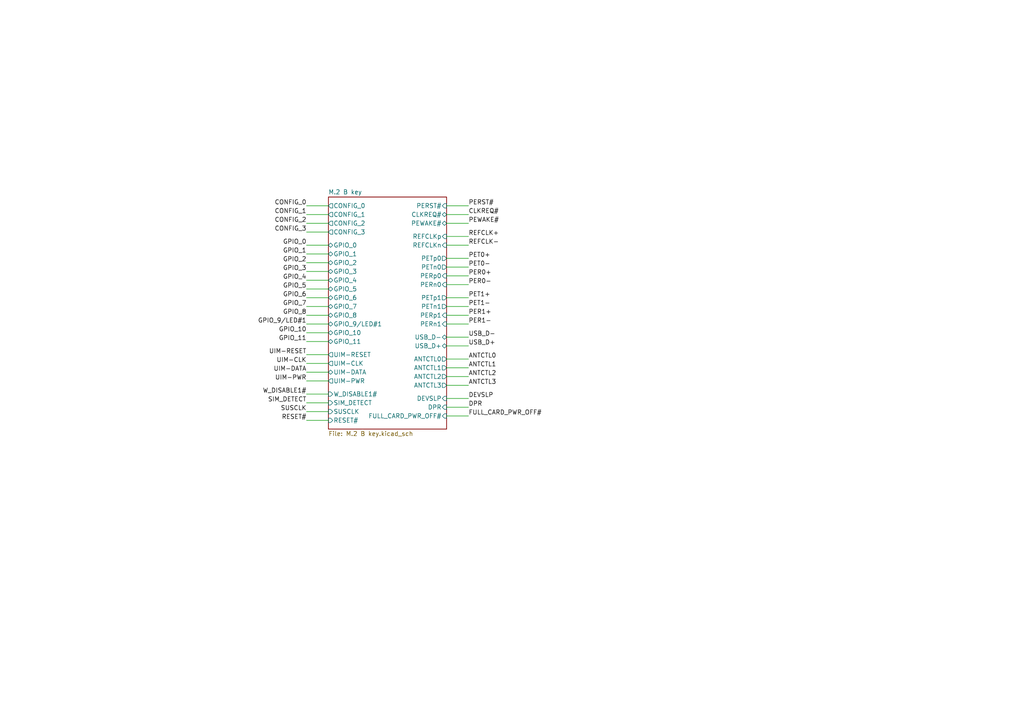
<source format=kicad_sch>
(kicad_sch
	(version 20250114)
	(generator "eeschema")
	(generator_version "9.0")
	(uuid "7192ecd8-b59b-45e8-9549-d0ce0bb9fc10")
	(paper "A4")
	(lib_symbols)
	(wire
		(pts
			(xy 88.9 78.74) (xy 95.25 78.74)
		)
		(stroke
			(width 0)
			(type default)
		)
		(uuid "0643e0ff-7286-44f1-b012-42f66b322ec1")
	)
	(wire
		(pts
			(xy 88.9 67.31) (xy 95.25 67.31)
		)
		(stroke
			(width 0)
			(type default)
		)
		(uuid "0bb9cefd-7a13-4ce4-b514-cf8e40a6ce34")
	)
	(wire
		(pts
			(xy 129.54 100.33) (xy 135.89 100.33)
		)
		(stroke
			(width 0)
			(type default)
		)
		(uuid "0e15079c-0a7b-4073-9652-c492e0257f0a")
	)
	(wire
		(pts
			(xy 129.54 115.57) (xy 135.89 115.57)
		)
		(stroke
			(width 0)
			(type default)
		)
		(uuid "19821b9b-83cf-45e8-bba6-1057fe812a41")
	)
	(wire
		(pts
			(xy 129.54 93.98) (xy 135.89 93.98)
		)
		(stroke
			(width 0)
			(type default)
		)
		(uuid "1e116b13-b996-46fc-ac29-ec1d4bab9d67")
	)
	(wire
		(pts
			(xy 129.54 97.79) (xy 135.89 97.79)
		)
		(stroke
			(width 0)
			(type default)
		)
		(uuid "1fc12336-30b0-4471-89df-2df158a9e495")
	)
	(wire
		(pts
			(xy 129.54 88.9) (xy 135.89 88.9)
		)
		(stroke
			(width 0)
			(type default)
		)
		(uuid "271b7120-cd87-4afe-9d01-9900a24567ff")
	)
	(wire
		(pts
			(xy 88.9 114.3) (xy 95.25 114.3)
		)
		(stroke
			(width 0)
			(type default)
		)
		(uuid "287d507b-d6e5-4a44-8e12-de184cabc4f4")
	)
	(wire
		(pts
			(xy 129.54 64.77) (xy 135.89 64.77)
		)
		(stroke
			(width 0)
			(type default)
		)
		(uuid "2d9f387e-04f8-4c34-a21a-d4a5d323fd4f")
	)
	(wire
		(pts
			(xy 88.9 81.28) (xy 95.25 81.28)
		)
		(stroke
			(width 0)
			(type default)
		)
		(uuid "3df838c8-5501-494d-88ad-58df50a33960")
	)
	(wire
		(pts
			(xy 88.9 59.69) (xy 95.25 59.69)
		)
		(stroke
			(width 0)
			(type default)
		)
		(uuid "45b52962-1881-4a67-a19f-73cafe02e5c9")
	)
	(wire
		(pts
			(xy 88.9 107.95) (xy 95.25 107.95)
		)
		(stroke
			(width 0)
			(type default)
		)
		(uuid "51f90e32-8f58-4343-8f99-9a52cffdd95a")
	)
	(wire
		(pts
			(xy 88.9 64.77) (xy 95.25 64.77)
		)
		(stroke
			(width 0)
			(type default)
		)
		(uuid "55dc63f6-5b04-45ab-8ffe-ed9afa2ad8e0")
	)
	(wire
		(pts
			(xy 88.9 105.41) (xy 95.25 105.41)
		)
		(stroke
			(width 0)
			(type default)
		)
		(uuid "5d814155-e6de-4d79-b594-d1fa2352836d")
	)
	(wire
		(pts
			(xy 129.54 106.68) (xy 135.89 106.68)
		)
		(stroke
			(width 0)
			(type default)
		)
		(uuid "611678bd-a1a9-44d4-b630-bccd5be46f23")
	)
	(wire
		(pts
			(xy 129.54 118.11) (xy 135.89 118.11)
		)
		(stroke
			(width 0)
			(type default)
		)
		(uuid "6bf2dbe8-89ca-403c-a78d-351a9fa2e1ca")
	)
	(wire
		(pts
			(xy 88.9 76.2) (xy 95.25 76.2)
		)
		(stroke
			(width 0)
			(type default)
		)
		(uuid "7368fdd6-635d-4101-8b4e-5a728ce90c2d")
	)
	(wire
		(pts
			(xy 129.54 68.58) (xy 135.89 68.58)
		)
		(stroke
			(width 0)
			(type default)
		)
		(uuid "7796d913-5ba5-4acf-b33f-7e12950457ce")
	)
	(wire
		(pts
			(xy 129.54 120.65) (xy 135.89 120.65)
		)
		(stroke
			(width 0)
			(type default)
		)
		(uuid "8230d0d8-cdc8-4777-bea1-ce4dcfe8eb92")
	)
	(wire
		(pts
			(xy 88.9 110.49) (xy 95.25 110.49)
		)
		(stroke
			(width 0)
			(type default)
		)
		(uuid "82d630fe-b86c-4ec5-9026-2b8e83f5ddea")
	)
	(wire
		(pts
			(xy 88.9 91.44) (xy 95.25 91.44)
		)
		(stroke
			(width 0)
			(type default)
		)
		(uuid "909a9af2-0867-4455-abc0-594007bca92f")
	)
	(wire
		(pts
			(xy 88.9 99.06) (xy 95.25 99.06)
		)
		(stroke
			(width 0)
			(type default)
		)
		(uuid "96f0153a-2f0b-45a7-b45b-fa078d7a6ceb")
	)
	(wire
		(pts
			(xy 88.9 96.52) (xy 95.25 96.52)
		)
		(stroke
			(width 0)
			(type default)
		)
		(uuid "97409c55-558a-472d-907f-debf51e67464")
	)
	(wire
		(pts
			(xy 129.54 109.22) (xy 135.89 109.22)
		)
		(stroke
			(width 0)
			(type default)
		)
		(uuid "9afbcd67-f2fb-4bd8-b236-966d4ee54674")
	)
	(wire
		(pts
			(xy 88.9 83.82) (xy 95.25 83.82)
		)
		(stroke
			(width 0)
			(type default)
		)
		(uuid "9affcd58-bad8-4dc8-ba0f-c8f5e079bc76")
	)
	(wire
		(pts
			(xy 129.54 111.76) (xy 135.89 111.76)
		)
		(stroke
			(width 0)
			(type default)
		)
		(uuid "9cb816fd-68c0-4830-9d46-2a1fc673fa55")
	)
	(wire
		(pts
			(xy 88.9 93.98) (xy 95.25 93.98)
		)
		(stroke
			(width 0)
			(type default)
		)
		(uuid "9f18d81a-99a9-420a-a607-0c63a67905d7")
	)
	(wire
		(pts
			(xy 88.9 102.87) (xy 95.25 102.87)
		)
		(stroke
			(width 0)
			(type default)
		)
		(uuid "ade09d07-6a4a-4b06-9e8d-85af5b85e374")
	)
	(wire
		(pts
			(xy 129.54 82.55) (xy 135.89 82.55)
		)
		(stroke
			(width 0)
			(type default)
		)
		(uuid "b02a21c1-e1e6-47de-86f9-c8661c64bf53")
	)
	(wire
		(pts
			(xy 88.9 116.84) (xy 95.25 116.84)
		)
		(stroke
			(width 0)
			(type default)
		)
		(uuid "b26eb88e-e9e5-49fa-844f-5ad05f100496")
	)
	(wire
		(pts
			(xy 129.54 74.93) (xy 135.89 74.93)
		)
		(stroke
			(width 0)
			(type default)
		)
		(uuid "b8a5a029-89b2-4a67-817b-583094300eae")
	)
	(wire
		(pts
			(xy 129.54 86.36) (xy 135.89 86.36)
		)
		(stroke
			(width 0)
			(type default)
		)
		(uuid "bb1ca758-c473-4816-b4b4-cacc93462f68")
	)
	(wire
		(pts
			(xy 88.9 86.36) (xy 95.25 86.36)
		)
		(stroke
			(width 0)
			(type default)
		)
		(uuid "bb26a150-0752-4f32-ba01-0263a00859f7")
	)
	(wire
		(pts
			(xy 129.54 80.01) (xy 135.89 80.01)
		)
		(stroke
			(width 0)
			(type default)
		)
		(uuid "be82ab3d-baa0-442b-9ea2-0dd29d0c15a9")
	)
	(wire
		(pts
			(xy 129.54 77.47) (xy 135.89 77.47)
		)
		(stroke
			(width 0)
			(type default)
		)
		(uuid "cb4f281d-dd1e-40fa-a14a-2adb48b7f39f")
	)
	(wire
		(pts
			(xy 129.54 62.23) (xy 135.89 62.23)
		)
		(stroke
			(width 0)
			(type default)
		)
		(uuid "d35d4479-61c2-4c26-a9f0-0d766808a661")
	)
	(wire
		(pts
			(xy 88.9 88.9) (xy 95.25 88.9)
		)
		(stroke
			(width 0)
			(type default)
		)
		(uuid "d3e86193-cae3-4b23-8309-4a36b886ed40")
	)
	(wire
		(pts
			(xy 88.9 73.66) (xy 95.25 73.66)
		)
		(stroke
			(width 0)
			(type default)
		)
		(uuid "d568e242-222f-4682-9adb-298b37bde08c")
	)
	(wire
		(pts
			(xy 129.54 59.69) (xy 135.89 59.69)
		)
		(stroke
			(width 0)
			(type default)
		)
		(uuid "d7adde8a-a5e5-43d1-8979-11989cf8fe69")
	)
	(wire
		(pts
			(xy 129.54 91.44) (xy 135.89 91.44)
		)
		(stroke
			(width 0)
			(type default)
		)
		(uuid "e48831ce-d106-40df-ad9d-f7d47276901f")
	)
	(wire
		(pts
			(xy 88.9 62.23) (xy 95.25 62.23)
		)
		(stroke
			(width 0)
			(type default)
		)
		(uuid "e4b558c2-1b38-475a-a7b9-da33640be268")
	)
	(wire
		(pts
			(xy 88.9 119.38) (xy 95.25 119.38)
		)
		(stroke
			(width 0)
			(type default)
		)
		(uuid "e61c7b1e-2d3e-4006-9cc8-8fb10d43d7a3")
	)
	(wire
		(pts
			(xy 88.9 71.12) (xy 95.25 71.12)
		)
		(stroke
			(width 0)
			(type default)
		)
		(uuid "edbb1af8-7636-42db-ae2e-341c7e5c6de4")
	)
	(wire
		(pts
			(xy 88.9 121.92) (xy 95.25 121.92)
		)
		(stroke
			(width 0)
			(type default)
		)
		(uuid "ef0f8a76-4ab5-49e1-be88-b1aa8a0cd473")
	)
	(wire
		(pts
			(xy 129.54 71.12) (xy 135.89 71.12)
		)
		(stroke
			(width 0)
			(type default)
		)
		(uuid "fcf45a7f-2e74-4447-84f7-9dfcd7f75a38")
	)
	(wire
		(pts
			(xy 129.54 104.14) (xy 135.89 104.14)
		)
		(stroke
			(width 0)
			(type default)
		)
		(uuid "fd400711-5a78-4971-b811-aa83475255f7")
	)
	(label "REFCLK+"
		(at 135.89 68.58 0)
		(effects
			(font
				(size 1.27 1.27)
			)
			(justify left bottom)
		)
		(uuid "131bc03f-75a1-4b8a-ba16-465b5fac8970")
	)
	(label "REFCLK-"
		(at 135.89 71.12 0)
		(effects
			(font
				(size 1.27 1.27)
			)
			(justify left bottom)
		)
		(uuid "1b45f9c4-50bb-4048-8e07-4c99d327a73a")
	)
	(label "ANTCTL1"
		(at 135.89 106.68 0)
		(effects
			(font
				(size 1.27 1.27)
			)
			(justify left bottom)
		)
		(uuid "2094c109-af3b-451e-a9a8-33afbfa80a6a")
	)
	(label "GPIO_5"
		(at 88.9 83.82 180)
		(effects
			(font
				(size 1.27 1.27)
			)
			(justify right bottom)
		)
		(uuid "242ff918-bc2e-429f-933f-f249c8b7eecb")
	)
	(label "ANTCTL3"
		(at 135.89 111.76 0)
		(effects
			(font
				(size 1.27 1.27)
			)
			(justify left bottom)
		)
		(uuid "2ac2ef46-1c73-49de-8278-df858d26ca38")
	)
	(label "GPIO_4"
		(at 88.9 81.28 180)
		(effects
			(font
				(size 1.27 1.27)
			)
			(justify right bottom)
		)
		(uuid "2e753ebc-1454-4de4-90b0-1a3b59ac346d")
	)
	(label "PEWAKE#"
		(at 135.89 64.77 0)
		(effects
			(font
				(size 1.27 1.27)
			)
			(justify left bottom)
		)
		(uuid "3507e72b-dea7-4e52-8550-d089cb333ca7")
	)
	(label "PET0-"
		(at 135.89 77.47 0)
		(effects
			(font
				(size 1.27 1.27)
			)
			(justify left bottom)
		)
		(uuid "3c1987c3-c09c-47aa-a301-5acca522e971")
	)
	(label "GPIO_2"
		(at 88.9 76.2 180)
		(effects
			(font
				(size 1.27 1.27)
			)
			(justify right bottom)
		)
		(uuid "3ed3c193-11dc-4e02-83b0-095347ac8609")
	)
	(label "UIM-RESET"
		(at 88.9 102.87 180)
		(effects
			(font
				(size 1.27 1.27)
			)
			(justify right bottom)
		)
		(uuid "41096f9d-781e-47eb-a0be-7aea4dc865dc")
	)
	(label "UIM-CLK"
		(at 88.9 105.41 180)
		(effects
			(font
				(size 1.27 1.27)
			)
			(justify right bottom)
		)
		(uuid "48d2448c-a0e8-42e3-b956-394b661426fa")
	)
	(label "GPIO_1"
		(at 88.9 73.66 180)
		(effects
			(font
				(size 1.27 1.27)
			)
			(justify right bottom)
		)
		(uuid "503f6c49-7ac2-4bcc-a9db-541fb0b6d830")
	)
	(label "FULL_CARD_PWR_OFF#"
		(at 135.89 120.65 0)
		(effects
			(font
				(size 1.27 1.27)
			)
			(justify left bottom)
		)
		(uuid "5889b300-7af1-4472-bf48-017031ca594a")
	)
	(label "USB_D-"
		(at 135.89 97.79 0)
		(effects
			(font
				(size 1.27 1.27)
			)
			(justify left bottom)
		)
		(uuid "59786839-b379-4a7a-b134-f94fb1a9b1ed")
	)
	(label "PER0-"
		(at 135.89 82.55 0)
		(effects
			(font
				(size 1.27 1.27)
			)
			(justify left bottom)
		)
		(uuid "5d7c6b39-8d6c-4aa2-b792-8ed0bf05f9a3")
	)
	(label "PER0+"
		(at 135.89 80.01 0)
		(effects
			(font
				(size 1.27 1.27)
			)
			(justify left bottom)
		)
		(uuid "60f32fe9-c586-49bb-9989-9058173a6af2")
	)
	(label "GPIO_10"
		(at 88.9 96.52 180)
		(effects
			(font
				(size 1.27 1.27)
			)
			(justify right bottom)
		)
		(uuid "6789d1a6-5aee-454b-a7a7-979da6712c98")
	)
	(label "GPIO_3"
		(at 88.9 78.74 180)
		(effects
			(font
				(size 1.27 1.27)
			)
			(justify right bottom)
		)
		(uuid "6902ac17-bed7-4f30-93fb-2fe589985a3d")
	)
	(label "CONFIG_1"
		(at 88.9 62.23 180)
		(effects
			(font
				(size 1.27 1.27)
			)
			(justify right bottom)
		)
		(uuid "69584823-8ac1-458e-b67a-ea26a6c8344e")
	)
	(label "UIM-PWR"
		(at 88.9 110.49 180)
		(effects
			(font
				(size 1.27 1.27)
			)
			(justify right bottom)
		)
		(uuid "6e2585c7-6277-4abe-b47f-8c77c6ed6c89")
	)
	(label "DPR"
		(at 135.89 118.11 0)
		(effects
			(font
				(size 1.27 1.27)
			)
			(justify left bottom)
		)
		(uuid "6e8d1a24-2c6a-421c-8780-a11c25a9dc27")
	)
	(label "CLKREQ#"
		(at 135.89 62.23 0)
		(effects
			(font
				(size 1.27 1.27)
			)
			(justify left bottom)
		)
		(uuid "74df3a32-3624-47f7-b3d0-935be8ca2dab")
	)
	(label "CONFIG_2"
		(at 88.9 64.77 180)
		(effects
			(font
				(size 1.27 1.27)
			)
			(justify right bottom)
		)
		(uuid "754b6918-dc22-4e06-bb42-4b476f5cc221")
	)
	(label "SUSCLK"
		(at 88.9 119.38 180)
		(effects
			(font
				(size 1.27 1.27)
			)
			(justify right bottom)
		)
		(uuid "7af00ec2-4474-4a7b-aae5-234902839c74")
	)
	(label "USB_D+"
		(at 135.89 100.33 0)
		(effects
			(font
				(size 1.27 1.27)
			)
			(justify left bottom)
		)
		(uuid "9513802a-0856-4375-8fd6-feb450709bef")
	)
	(label "GPIO_0"
		(at 88.9 71.12 180)
		(effects
			(font
				(size 1.27 1.27)
			)
			(justify right bottom)
		)
		(uuid "9c951239-f206-4edd-ba15-e2c63dfa2f16")
	)
	(label "PET1+"
		(at 135.89 86.36 0)
		(effects
			(font
				(size 1.27 1.27)
			)
			(justify left bottom)
		)
		(uuid "9cc3ffa8-e6dc-4636-a4fa-e9d9d335044f")
	)
	(label "CONFIG_0"
		(at 88.9 59.69 180)
		(effects
			(font
				(size 1.27 1.27)
			)
			(justify right bottom)
		)
		(uuid "a42c9613-9d01-4a7e-ac96-16c8587d46e2")
	)
	(label "PET1-"
		(at 135.89 88.9 0)
		(effects
			(font
				(size 1.27 1.27)
			)
			(justify left bottom)
		)
		(uuid "ab576b63-bbb6-42d3-a040-c4e41d94c904")
	)
	(label "DEVSLP"
		(at 135.89 115.57 0)
		(effects
			(font
				(size 1.27 1.27)
			)
			(justify left bottom)
		)
		(uuid "b0f71668-6e51-477e-9498-cb63e37a332b")
	)
	(label "PET0+"
		(at 135.89 74.93 0)
		(effects
			(font
				(size 1.27 1.27)
			)
			(justify left bottom)
		)
		(uuid "b454dbaf-0ba4-44c6-a678-2633e209fe04")
	)
	(label "GPIO_6"
		(at 88.9 86.36 180)
		(effects
			(font
				(size 1.27 1.27)
			)
			(justify right bottom)
		)
		(uuid "b78d3a0c-1a73-4fcf-b459-d5d5ccbf2cda")
	)
	(label "PER1-"
		(at 135.89 93.98 0)
		(effects
			(font
				(size 1.27 1.27)
			)
			(justify left bottom)
		)
		(uuid "c058b187-405c-4d40-9fdd-fd18c7d279cb")
	)
	(label "W_DISABLE1#"
		(at 88.9 114.3 180)
		(effects
			(font
				(size 1.27 1.27)
			)
			(justify right bottom)
		)
		(uuid "c96ae37e-4d91-4454-8e59-922791a5a130")
	)
	(label "GPIO_7"
		(at 88.9 88.9 180)
		(effects
			(font
				(size 1.27 1.27)
			)
			(justify right bottom)
		)
		(uuid "cbe23000-ae3d-4fc4-9536-759eb192e58e")
	)
	(label "GPIO_9{slash}LED#1"
		(at 88.9 93.98 180)
		(effects
			(font
				(size 1.27 1.27)
			)
			(justify right bottom)
		)
		(uuid "cc3af450-64f9-49e3-8cce-f776465ec022")
	)
	(label "CONFIG_3"
		(at 88.9 67.31 180)
		(effects
			(font
				(size 1.27 1.27)
			)
			(justify right bottom)
		)
		(uuid "d04272f5-31c1-484e-9264-52b430ef03ac")
	)
	(label "GPIO_11"
		(at 88.9 99.06 180)
		(effects
			(font
				(size 1.27 1.27)
			)
			(justify right bottom)
		)
		(uuid "d45eb4af-38b1-4462-b73d-b47924995b37")
	)
	(label "ANTCTL2"
		(at 135.89 109.22 0)
		(effects
			(font
				(size 1.27 1.27)
			)
			(justify left bottom)
		)
		(uuid "d9556515-4655-40ca-8003-59f85182d12a")
	)
	(label "RESET#"
		(at 88.9 121.92 180)
		(effects
			(font
				(size 1.27 1.27)
			)
			(justify right bottom)
		)
		(uuid "de1a1815-30cf-4dfa-af1f-749e4cea23d5")
	)
	(label "UIM-DATA"
		(at 88.9 107.95 180)
		(effects
			(font
				(size 1.27 1.27)
			)
			(justify right bottom)
		)
		(uuid "dfac1dee-f7c0-4508-8419-ec084e42da28")
	)
	(label "ANTCTL0"
		(at 135.89 104.14 0)
		(effects
			(font
				(size 1.27 1.27)
			)
			(justify left bottom)
		)
		(uuid "e22fe698-e905-487c-8353-fd48048c1c76")
	)
	(label "PERST#"
		(at 135.89 59.69 0)
		(effects
			(font
				(size 1.27 1.27)
			)
			(justify left bottom)
		)
		(uuid "eea718da-9424-47d1-8d16-6a5cd0f73760")
	)
	(label "SIM_DETECT"
		(at 88.9 116.84 180)
		(effects
			(font
				(size 1.27 1.27)
			)
			(justify right bottom)
		)
		(uuid "f7cf787b-139b-4916-8b79-a4c83bbe8d34")
	)
	(label "GPIO_8"
		(at 88.9 91.44 180)
		(effects
			(font
				(size 1.27 1.27)
			)
			(justify right bottom)
		)
		(uuid "f8fe6e80-4e5f-4e73-b6d1-d0b0bc40f674")
	)
	(label "PER1+"
		(at 135.89 91.44 0)
		(effects
			(font
				(size 1.27 1.27)
			)
			(justify left bottom)
		)
		(uuid "f9f281ad-abd1-48aa-beb6-7a9a36e938ce")
	)
	(sheet
		(at 95.25 57.15)
		(size 34.29 67.31)
		(exclude_from_sim no)
		(in_bom yes)
		(on_board yes)
		(dnp no)
		(fields_autoplaced yes)
		(stroke
			(width 0.1524)
			(type solid)
		)
		(fill
			(color 0 0 0 0.0000)
		)
		(uuid "a1071a9c-8aaa-40d1-bc34-7eb78ea28037")
		(property "Sheetname" "M.2 B key"
			(at 95.25 56.4384 0)
			(effects
				(font
					(size 1.27 1.27)
				)
				(justify left bottom)
			)
		)
		(property "Sheetfile" "M.2 B key.kicad_sch"
			(at 95.25 125.0446 0)
			(effects
				(font
					(size 1.27 1.27)
				)
				(justify left top)
			)
		)
		(pin "CONFIG_1" output
			(at 95.25 62.23 180)
			(uuid "f126ee23-176a-4cf1-8c67-4d3ede13c525")
			(effects
				(font
					(size 1.27 1.27)
				)
				(justify left)
			)
		)
		(pin "CONFIG_3" output
			(at 95.25 67.31 180)
			(uuid "00e46b1a-e14e-4f2b-aac2-4e640dbb598f")
			(effects
				(font
					(size 1.27 1.27)
				)
				(justify left)
			)
		)
		(pin "CONFIG_0" output
			(at 95.25 59.69 180)
			(uuid "532da120-683e-41de-94b5-5ea67558a43c")
			(effects
				(font
					(size 1.27 1.27)
				)
				(justify left)
			)
		)
		(pin "CONFIG_2" output
			(at 95.25 64.77 180)
			(uuid "2af173ef-2e9b-4b65-89f8-a51bb5adf157")
			(effects
				(font
					(size 1.27 1.27)
				)
				(justify left)
			)
		)
		(pin "GPIO_5" bidirectional
			(at 95.25 83.82 180)
			(uuid "a9a06d1b-c287-49cd-8702-6f2ab8e22dc6")
			(effects
				(font
					(size 1.27 1.27)
				)
				(justify left)
			)
		)
		(pin "GPIO_9/LED#1" bidirectional
			(at 95.25 93.98 180)
			(uuid "3ad96d4d-bd0c-41f7-9ad0-e76cb3d23834")
			(effects
				(font
					(size 1.27 1.27)
				)
				(justify left)
			)
		)
		(pin "GPIO_6" bidirectional
			(at 95.25 86.36 180)
			(uuid "a0e4c412-d3d1-4263-97b6-31c9fc41062a")
			(effects
				(font
					(size 1.27 1.27)
				)
				(justify left)
			)
		)
		(pin "GPIO_4" bidirectional
			(at 95.25 81.28 180)
			(uuid "a7c8cfcd-e2f6-4db5-a290-1c005a200046")
			(effects
				(font
					(size 1.27 1.27)
				)
				(justify left)
			)
		)
		(pin "GPIO_3" bidirectional
			(at 95.25 78.74 180)
			(uuid "7e63a3ca-6059-4a2f-9f74-868d02c566fd")
			(effects
				(font
					(size 1.27 1.27)
				)
				(justify left)
			)
		)
		(pin "GPIO_2" bidirectional
			(at 95.25 76.2 180)
			(uuid "95b873a2-7f13-4199-9147-8f35cab20971")
			(effects
				(font
					(size 1.27 1.27)
				)
				(justify left)
			)
		)
		(pin "GPIO_11" bidirectional
			(at 95.25 99.06 180)
			(uuid "0414db41-c32b-4639-8efb-409b0260220c")
			(effects
				(font
					(size 1.27 1.27)
				)
				(justify left)
			)
		)
		(pin "GPIO_10" bidirectional
			(at 95.25 96.52 180)
			(uuid "e413e231-a9ec-475c-aaec-024b9fe801eb")
			(effects
				(font
					(size 1.27 1.27)
				)
				(justify left)
			)
		)
		(pin "GPIO_7" bidirectional
			(at 95.25 88.9 180)
			(uuid "aee83efe-6113-4eca-936b-866f0711f603")
			(effects
				(font
					(size 1.27 1.27)
				)
				(justify left)
			)
		)
		(pin "GPIO_8" bidirectional
			(at 95.25 91.44 180)
			(uuid "47dd316f-a86d-44c1-bba9-f4e3ce49a65f")
			(effects
				(font
					(size 1.27 1.27)
				)
				(justify left)
			)
		)
		(pin "GPIO_1" bidirectional
			(at 95.25 73.66 180)
			(uuid "6f0713c9-45b8-4902-85fc-c6923811c2db")
			(effects
				(font
					(size 1.27 1.27)
				)
				(justify left)
			)
		)
		(pin "GPIO_0" bidirectional
			(at 95.25 71.12 180)
			(uuid "c8ae7a8f-e101-43d6-b7fd-8dd2e6abad88")
			(effects
				(font
					(size 1.27 1.27)
				)
				(justify left)
			)
		)
		(pin "UIM-RESET" output
			(at 95.25 102.87 180)
			(uuid "a2746e46-cd0b-4188-968a-b3977234e827")
			(effects
				(font
					(size 1.27 1.27)
				)
				(justify left)
			)
		)
		(pin "UIM-CLK" output
			(at 95.25 105.41 180)
			(uuid "ccadba95-d4b7-41c7-8003-d736437f7716")
			(effects
				(font
					(size 1.27 1.27)
				)
				(justify left)
			)
		)
		(pin "UIM-DATA" bidirectional
			(at 95.25 107.95 180)
			(uuid "238a77ec-bc46-4525-89dd-1e8c3e566f9b")
			(effects
				(font
					(size 1.27 1.27)
				)
				(justify left)
			)
		)
		(pin "UIM-PWR" output
			(at 95.25 110.49 180)
			(uuid "263667da-e4db-4be5-8b44-375452c333e8")
			(effects
				(font
					(size 1.27 1.27)
				)
				(justify left)
			)
		)
		(pin "PERST#" input
			(at 129.54 59.69 0)
			(uuid "05758a7e-e666-4866-a6e9-1e2f368925ed")
			(effects
				(font
					(size 1.27 1.27)
				)
				(justify right)
			)
		)
		(pin "PEWAKE#" bidirectional
			(at 129.54 64.77 0)
			(uuid "0aec6351-2780-4383-8122-e06abed8aa6c")
			(effects
				(font
					(size 1.27 1.27)
				)
				(justify right)
			)
		)
		(pin "CLKREQ#" bidirectional
			(at 129.54 62.23 0)
			(uuid "9ce28d5c-56a0-4e8e-8acc-8623c8555a85")
			(effects
				(font
					(size 1.27 1.27)
				)
				(justify right)
			)
		)
		(pin "REFCLKp" input
			(at 129.54 68.58 0)
			(uuid "6ed5c688-cfbc-4672-8bd5-40141c1d29ef")
			(effects
				(font
					(size 1.27 1.27)
				)
				(justify right)
			)
		)
		(pin "REFCLKn" input
			(at 129.54 71.12 0)
			(uuid "50c849b7-15a7-4493-a078-7e691e038390")
			(effects
				(font
					(size 1.27 1.27)
				)
				(justify right)
			)
		)
		(pin "PETp0" output
			(at 129.54 74.93 0)
			(uuid "105e44d2-d222-4366-9863-749b28366e4e")
			(effects
				(font
					(size 1.27 1.27)
				)
				(justify right)
			)
		)
		(pin "PETn0" output
			(at 129.54 77.47 0)
			(uuid "a98d6ba4-4f22-4d81-ba1c-bd04b4123dc0")
			(effects
				(font
					(size 1.27 1.27)
				)
				(justify right)
			)
		)
		(pin "PERn0" input
			(at 129.54 82.55 0)
			(uuid "da422146-25ca-42b5-9211-cbaeef218a6f")
			(effects
				(font
					(size 1.27 1.27)
				)
				(justify right)
			)
		)
		(pin "PERp0" input
			(at 129.54 80.01 0)
			(uuid "f2584593-ce89-4862-9868-cc943f124abc")
			(effects
				(font
					(size 1.27 1.27)
				)
				(justify right)
			)
		)
		(pin "PETp1" output
			(at 129.54 86.36 0)
			(uuid "067b20c9-50a4-4882-82a9-35949a78cfed")
			(effects
				(font
					(size 1.27 1.27)
				)
				(justify right)
			)
		)
		(pin "PETn1" output
			(at 129.54 88.9 0)
			(uuid "dae3baef-2020-4356-9365-0c949bc08126")
			(effects
				(font
					(size 1.27 1.27)
				)
				(justify right)
			)
		)
		(pin "PERn1" input
			(at 129.54 93.98 0)
			(uuid "af229daf-7c67-4549-ae15-6e0455f12451")
			(effects
				(font
					(size 1.27 1.27)
				)
				(justify right)
			)
		)
		(pin "PERp1" input
			(at 129.54 91.44 0)
			(uuid "f063aa35-20b7-4e25-a481-168048e971d9")
			(effects
				(font
					(size 1.27 1.27)
				)
				(justify right)
			)
		)
		(pin "USB_D-" bidirectional
			(at 129.54 97.79 0)
			(uuid "448a9114-70db-4603-b823-6deb4f82634a")
			(effects
				(font
					(size 1.27 1.27)
				)
				(justify right)
			)
		)
		(pin "USB_D+" bidirectional
			(at 129.54 100.33 0)
			(uuid "a2b35d4f-d31c-477f-9e0a-f8be22a5c4d1")
			(effects
				(font
					(size 1.27 1.27)
				)
				(justify right)
			)
		)
		(pin "ANTCTL0" output
			(at 129.54 104.14 0)
			(uuid "8d74edf8-b304-462a-a642-07bb6bf7287e")
			(effects
				(font
					(size 1.27 1.27)
				)
				(justify right)
			)
		)
		(pin "ANTCTL3" output
			(at 129.54 111.76 0)
			(uuid "888cf4a5-0b5d-4aca-82f1-a967637b290f")
			(effects
				(font
					(size 1.27 1.27)
				)
				(justify right)
			)
		)
		(pin "ANTCTL1" output
			(at 129.54 106.68 0)
			(uuid "5320aac2-69ab-4fc3-98e1-4c999d937590")
			(effects
				(font
					(size 1.27 1.27)
				)
				(justify right)
			)
		)
		(pin "ANTCTL2" output
			(at 129.54 109.22 0)
			(uuid "7d4c1e6e-7da8-4423-9a7a-728eb3253ab3")
			(effects
				(font
					(size 1.27 1.27)
				)
				(justify right)
			)
		)
		(pin "W_DISABLE1#" input
			(at 95.25 114.3 180)
			(uuid "8b9feeac-1224-4aaa-8ceb-2236dcc0b83d")
			(effects
				(font
					(size 1.27 1.27)
				)
				(justify left)
			)
		)
		(pin "SIM_DETECT" input
			(at 95.25 116.84 180)
			(uuid "e4962fcc-edc6-4f50-8fdf-8791f990e5bf")
			(effects
				(font
					(size 1.27 1.27)
				)
				(justify left)
			)
		)
		(pin "RESET#" input
			(at 95.25 121.92 180)
			(uuid "7a0bca50-4a62-40e4-b697-292471863278")
			(effects
				(font
					(size 1.27 1.27)
				)
				(justify left)
			)
		)
		(pin "DEVSLP" input
			(at 129.54 115.57 0)
			(uuid "7329b13c-c96c-44ed-8b36-cd00100131d7")
			(effects
				(font
					(size 1.27 1.27)
				)
				(justify right)
			)
		)
		(pin "FULL_CARD_PWR_OFF#" input
			(at 129.54 120.65 0)
			(uuid "86e289ee-ea97-4ed6-8aa0-eb32cc116633")
			(effects
				(font
					(size 1.27 1.27)
				)
				(justify right)
			)
		)
		(pin "DPR" input
			(at 129.54 118.11 0)
			(uuid "aa369001-ff54-4f43-bdd6-b0ce9a74b806")
			(effects
				(font
					(size 1.27 1.27)
				)
				(justify right)
			)
		)
		(pin "SUSCLK" input
			(at 95.25 119.38 180)
			(uuid "3df5a68f-b27d-4952-b4e4-218f2f4a1515")
			(effects
				(font
					(size 1.27 1.27)
				)
				(justify left)
			)
		)
		(instances
			(project "M.2 B Key 3060"
				(path "/7192ecd8-b59b-45e8-9549-d0ce0bb9fc10"
					(page "2")
				)
			)
		)
	)
	(sheet_instances
		(path "/"
			(page "1")
		)
	)
	(embedded_fonts no)
)

</source>
